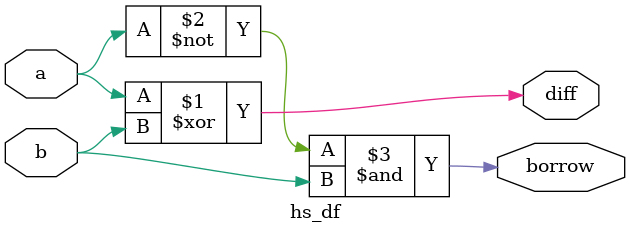
<source format=v>
`timescale 1ns / 1ps

module hs_df(
    input a,
    input b,
    output diff,
    output borrow
);

assign diff = a ^ b;
assign borrow = ~a & b;

endmodule
</source>
